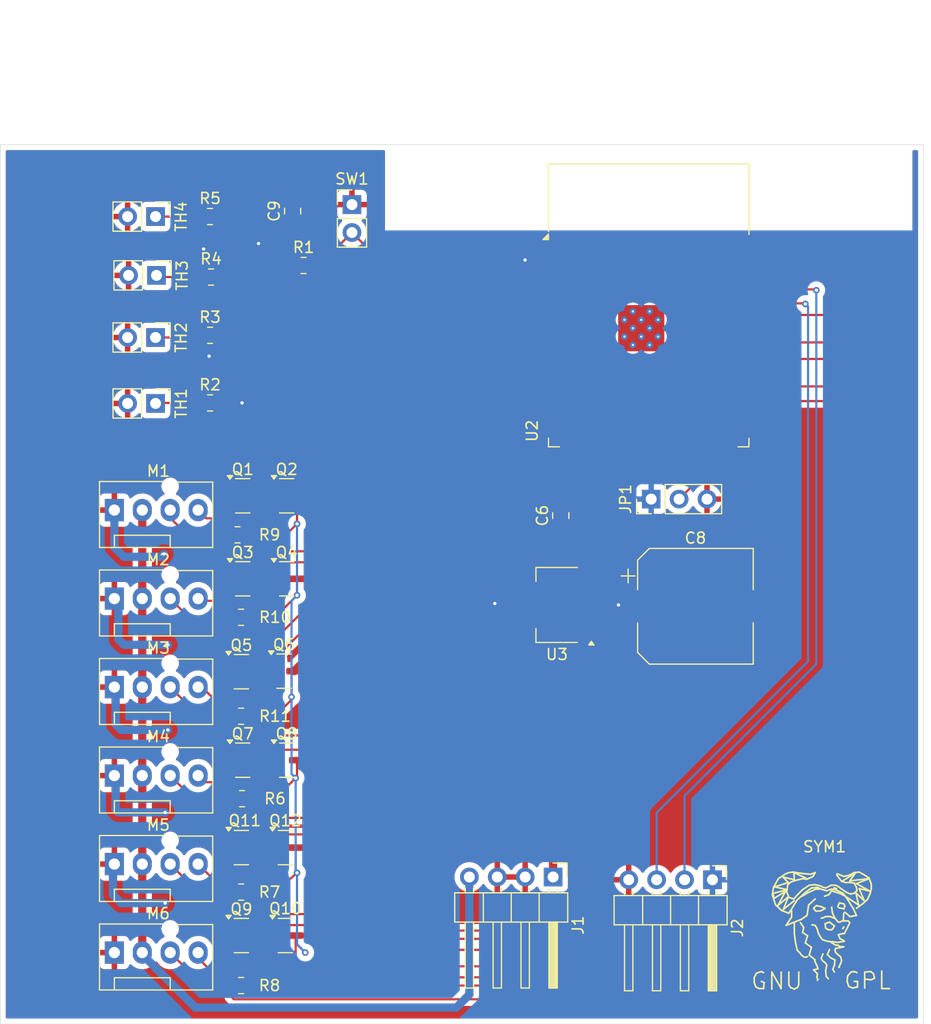
<source format=kicad_pcb>
(kicad_pcb (version 20240108) (generator "pcbnew") (generator_version "8.0")
  (layers (0 "F.Cu" signal) (31 "B.Cu" signal) (34 "B.Paste" user) (35 "F.Paste" user) (36 "B.SilkS" user "B.Silkscreen") (37 "F.SilkS" user "F.Silkscreen") (38 "B.Mask" user) (39 "F.Mask" user) (44 "Edge.Cuts" user))
  (net 0 "")
  (net 1 "GND")
  (net 2 "+5V")
  (net 3 "+12V")
  (net 4 "+3.3V")
  (net 5 "TX")
  (net 6 "RX")
  (net 7 "Net-(JP1-C)")
  (net 8 "PWM0")
  (net 9 "Tacho0")
  (net 10 "Tacho1")
  (net 11 "PWM1")
  (net 12 "Tacho2")
  (net 13 "PWM2")
  (net 14 "Tacho3")
  (net 15 "PWM3")
  (net 16 "Tacho4")
  (net 17 "PWM4")
  (net 18 "Tacho5")
  (net 19 "PWM5")
  (net 20 "Net-(U2-EN)")
  (net 21 "TMP0")
  (net 22 "TMP1")
  (net 23 "TMP2")
  (net 24 "TMP3")
  (net 41 "Net-(M1-PWM)")
  (net 42 "Net-(M2-PWM)")
  (net 43 "Net-(M3-PWM)")
  (net 44 "Net-(M4-PWM)")
  (net 45 "Net-(M5-PWM)")
  (net 46 "Net-(M6-PWM)")
  (footprint "Capacitor_SMD:C_0805_2012Metric" (layer "F.Cu") (at 74.5 122.25 90)
    (property "Reference" "C6")
    (property "Value" "10uF")
  )
  (footprint "Connector:FanPinHeader_1x04_P2.54mm_Vertical" (layer "F.Cu") (at 33.88 145.9)
    (property "Reference" "M4")
    (property "Value" "FAN0")
  )
  (footprint "Resistor_SMD:R_0805_2012Metric" (layer "F.Cu") (at 45.4125 131.5 180)
    (property "Reference" "R10")
    (property "Value" "10k")
  )
  (footprint "Package_TO_SOT_SMD:SOT-23" (layer "F.Cu") (at 45.5625 128)
    (property "Reference" "Q3")
    (property "Value" "AO3400A")
  )
  (footprint "Connector:FanPinHeader_1x04_P2.54mm_Vertical" (layer "F.Cu") (at 33.88 121.75)
    (property "Reference" "M1")
    (property "Value" "FAN0")
  )
  (footprint "Connector:FanPinHeader_1x04_P2.54mm_Vertical" (layer "F.Cu") (at 33.88 129.8)
    (property "Reference" "M2")
    (property "Value" "FAN0")
  )
  (footprint "Package_TO_SOT_SMD:SOT-23" (layer "F.Cu") (at 45.5625 144.5)
    (property "Reference" "Q7")
    (property "Value" "AO3400A")
  )
  (footprint "Connector:FanPinHeader_1x04_P2.54mm_Vertical" (layer "F.Cu") (at 33.88 153.95)
    (property "Reference" "M5")
    (property "Value" "FAN0")
  )
  (footprint "Connector_PinHeader_2.54mm:PinHeader_1x02_P2.54mm_Vertical" (layer "F.Cu") (at 37.715 100.4 -90)
    (property "Reference" "TH3")
    (property "Value" "Thermistor")
  )
  (footprint "Connector_PinHeader_2.54mm:PinHeader_1x02_P2.54mm_Vertical" (layer "F.Cu") (at 37.6275 95.05 -90)
    (property "Reference" "TH4")
    (property "Value" "Thermistor")
  )
  (footprint "Capacitor_SMD:C_0805_2012Metric" (layer "F.Cu") (at 50.1 94.55 90)
    (property "Reference" "C9")
    (property "Value" "0.1uF")
  )
  (footprint "Package_TO_SOT_SMD:SOT-23" (layer "F.Cu") (at 45.4375 152.45)
    (property "Reference" "Q11")
    (property "Value" "AO3400A")
  )
  (footprint "Resistor_SMD:R_0805_2012Metric" (layer "F.Cu") (at 42.5875 95.05)
    (property "Reference" "R5")
    (property "Value" "10k")
  )
  (footprint "Connector_PinHeader_2.54mm:PinHeader_1x04_P2.54mm_Horizontal" (layer "F.Cu") (at 88.3 155.375 -90)
    (property "Reference" "J2")
    (property "Value" "Serial Conn")
  )
  (footprint "Resistor_SMD:R_0805_2012Metric" (layer "F.Cu") (at 45.4125 156.5 180)
    (property "Reference" "R7")
    (property "Value" "10k")
  )
  (footprint "Package_TO_SOT_SMD:SOT-23" (layer "F.Cu") (at 49.5625 144.5)
    (property "Reference" "Q8")
    (property "Value" "AO3401A")
  )
  (footprint "Resistor_SMD:R_0805_2012Metric" (layer "F.Cu") (at 45.5 148 180)
    (property "Reference" "R6")
    (property "Value" "10k")
  )
  (footprint "Resistor_SMD:R_0805_2012Metric" (layer "F.Cu") (at 45.0875 124 180)
    (property "Reference" "R9")
    (property "Value" "10k")
  )
  (footprint "Resistor_SMD:R_0805_2012Metric" (layer "F.Cu") (at 42.5875 105.85)
    (property "Reference" "R3")
    (property "Value" "10k")
  )
  (footprint "Package_TO_SOT_SMD:SOT-23" (layer "F.Cu") (at 49.3125 136.4)
    (property "Reference" "Q6")
    (property "Value" "AO3401A")
  )
  (footprint "Connector_PinHeader_2.54mm:PinHeader_1x03_P2.54mm_Vertical" (layer "F.Cu") (at 82.725 120.75 90)
    (property "Reference" "JP1")
    (property "Value" "BOOT")
  )
  (footprint "Connector_PinHeader_2.54mm:PinHeader_1x02_P2.54mm_Vertical" (layer "F.Cu") (at 55.5 93.96)
    (property "Reference" "SW1")
    (property "Value" "SW_Push")
  )
  (footprint "Capacitor_SMD:CP_Elec_10x10" (layer "F.Cu") (at 86.75 130.5)
    (property "Reference" "C8")
    (property "Value" "100uF")
  )
  (footprint "Connector:FanPinHeader_1x04_P2.54mm_Vertical" (layer "F.Cu") (at 33.88 137.85)
    (property "Reference" "M3")
    (property "Value" "FAN0")
  )
  (footprint "Resistor_SMD:R_0805_2012Metric" (layer "F.Cu") (at 42.675 100.55)
    (property "Reference" "R4")
    (property "Value" "10k")
  )
  (footprint "RF_Module:ESP32-WROOM-32" (layer "F.Cu") (at 82.5 106.115)
    (property "Reference" "U2")
    (property "Value" "ESP32-WROOM-32")
  )
  (footprint "Resistor_SMD:R_0805_2012Metric" (layer "F.Cu") (at 51.1 99.5)
    (property "Reference" "R1")
    (property "Value" "1k")
  )
  (footprint "Connector:FanPinHeader_1x04_P2.54mm_Vertical" (layer "F.Cu") (at 33.88 162)
    (property "Reference" "M6")
    (property "Value" "FAN0")
  )
  (footprint "Resistor_SMD:R_0805_2012Metric" (layer "F.Cu") (at 45.4125 165 180)
    (property "Reference" "R8")
    (property "Value" "10k")
  )
  (footprint "Package_TO_SOT_SMD:SOT-23" (layer "F.Cu") (at 45.4375 136.45)
    (property "Reference" "Q5")
    (property "Value" "AO3400A")
  )
  (footprint "Connector_PinHeader_2.54mm:PinHeader_1x02_P2.54mm_Vertical" (layer "F.Cu") (at 37.6275 106.05 -90)
    (property "Reference" "TH2")
    (property "Value" "Thermistor")
  )
  (footprint "Package_TO_SOT_SMD:SOT-23" (layer "F.Cu") (at 45.4375 160.45)
    (property "Reference" "Q9")
    (property "Value" "AO3400A")
  )
  (footprint "Resistor_SMD:R_0805_2012Metric" (layer "F.Cu") (at 45.4125 140.5 180)
    (property "Reference" "R11")
    (property "Value" "10k")
  )
  (footprint "Connector_PinHeader_2.54mm:PinHeader_1x02_P2.54mm_Vertical" (layer "F.Cu") (at 37.6275 112.05 -90)
    (property "Reference" "TH1")
    (property "Value" "Thermistor")
  )
  (footprint "Package_TO_SOT_SMD:SOT-23" (layer "F.Cu") (at 49.4375 152.45)
    (property "Reference" "Q12")
    (property "Value" "AO3401A")
  )
  (footprint "Package_TO_SOT_SMD:SOT-23" (layer "F.Cu") (at 49.5625 120.45)
    (property "Reference" "Q2")
    (property "Value" "AO3401A")
  )
  (footprint "Symbol:Symbol_GNU-Logo_SilkscreenTop" (layer "F.Cu") (at 98.50019 158.42393)
    (property "Reference" "SYM1")
    (property "Value" "SYM_EasterEgg_42x60mm")
  )
  (footprint "Connector_PinHeader_2.54mm:PinHeader_1x04_P2.54mm_Horizontal" (layer "F.Cu") (at 73.8 155.125 -90)
    (property "Reference" "J1")
    (property "Value" "Power")
  )
  (footprint "Package_TO_SOT_SMD:SOT-223-3_TabPin2" (layer "F.Cu") (at 74.15 130.38 180)
    (property "Reference" "U3")
    (property "Value" "AMS1117-3.3")
  )
  (footprint "Package_TO_SOT_SMD:SOT-23" (layer "F.Cu") (at 45.5625 120.45)
    (property "Reference" "Q1")
    (property "Value" "AO3400A")
  )
  (footprint "Package_TO_SOT_SMD:SOT-23" (layer "F.Cu") (at 49.4375 160.45)
    (property "Reference" "Q10")
    (property "Value" "AO3401A")
  )
  (footprint "Package_TO_SOT_SMD:SOT-23" (layer "F.Cu") (at 49.5625 128)
    (property "Reference" "Q4")
    (property "Value" "AO3401A")
  )
  (footprint "Resistor_SMD:R_0805_2012Metric" (layer "F.Cu") (at 42.5875 112)
    (property "Reference" "R2")
    (property "Value" "10k")
  )
  (gr_rect (start 23.5 88.5) (end 107.5 168.5) (stroke (width 0.05)) (fill none) (layer "Edge.Cuts"))
  (via (at 38.5 157.5) (size 0.6) (drill 0.3) (layers "F.Cu" "B.Cu") (net 1))
  (via (at 38.391379 125.737457) (size 0.6) (drill 0.3) (layers "F.Cu" "B.Cu") (net 1))
  (via (at 38.75 134) (size 0.6) (drill 0.3) (layers "F.Cu" "B.Cu") (net 1))
  (via (at 38.75 141.75) (size 0.6) (drill 0.3) (layers "F.Cu" "B.Cu") (net 1))
  (via (at 38.5 149.25) (size 0.6) (drill 0.3) (layers "F.Cu" "B.Cu") (net 1))
  (segment (start 38.75 141.75) (end 34.5 141.75) (width 0.75) (layer "B.Cu") (net 1))
  (segment (start 33.88 121.75) (end 33.88 125.13) (width 0.75) (layer "B.Cu") (net 1))
  (segment (start 34.75 134) (end 34.25 133.5) (width 0.75) (layer "B.Cu") (net 1))
  (segment (start 38.5 157.5) (end 34.5 157.5) (width 0.75) (layer "B.Cu") (net 1))
  (segment (start 34 137.97) (end 33.88 137.85) (width 0.75) (layer "B.Cu") (net 1))
  (segment (start 34.5 141.75) (end 34 141.25) (width 0.75) (layer "B.Cu") (net 1))
  (segment (start 34 141.25) (end 34 137.97) (width 0.75) (layer "B.Cu") (net 1))
  (segment (start 34 146.02) (end 33.88 145.9) (width 0.75) (layer "B.Cu") (net 1))
  (segment (start 34.5 157.5) (end 33.75 156.75) (width 0.75) (layer "B.Cu") (net 1))
  (segment (start 34 149) (end 34 146.02) (width 0.75) (layer "B.Cu") (net 1))
  (segment (start 38.5 149.25) (end 34.25 149.25) (width 0.75) (layer "B.Cu") (net 1))
  (segment (start 33.75 154.08) (end 33.88 153.95) (width 0.75) (layer "B.Cu") (net 1))
  (segment (start 33.75 156.75) (end 33.75 154.08) (width 0.75) (layer "B.Cu") (net 1))
  (segment (start 34.25 133.5) (end 34.25 130.17) (width 0.75) (layer "B.Cu") (net 1))
  (segment (start 38.75 134) (end 34.75 134) (width 0.75) (layer "B.Cu") (net 1))
  (segment (start 34.25 149.25) (end 34 149) (width 0.75) (layer "B.Cu") (net 1))
  (segment (start 33.88 125.13) (end 34.75 126) (width 0.75) (layer "B.Cu") (net 1))
  (segment (start 38.128836 126) (end 38.391379 125.737457) (width 0.75) (layer "B.Cu") (net 1))
  (segment (start 34.25 130.17) (end 33.88 129.8) (width 0.75) (layer "B.Cu") (net 1))
  (segment (start 34.75 126) (end 38.128836 126) (width 0.75) (layer "B.Cu") (net 1))
  (segment (start 50 136.65) (end 50.25 136.4) (width 0.2) (layer "F.Cu") (net 2))
  (segment (start 50.5 129.5) (end 50.5 128) (width 0.2) (layer "F.Cu") (net 2))
  (segment (start 74.92 128.08) (end 77.3 128.08) (width 0.75) (layer "F.Cu") (net 2))
  (segment (start 46.4125 148) (end 48.5 148) (width 0.2) (layer "F.Cu") (net 2))
  (segment (start 74.5 128.5) (end 74.25 128.75) (width 0.75) (layer "F.Cu") (net 2))
  (segment (start 49.5 124) (end 46 124) (width 0.2) (layer "F.Cu") (net 2))
  (segment (start 46.325 131.5) (end 48.5 131.5) (width 0.2) (layer "F.Cu") (net 2))
  (segment (start 50 138.75) (end 50 136.65) (width 0.2) (layer "F.Cu") (net 2))
  (segment (start 50.375 161.125) (end 51.25 162) (width 0.2) (layer "F.Cu") (net 2))
  (segment (start 50.375 160.45) (end 50.375 161.125) (width 0.2) (layer "F.Cu") (net 2))
  (segment (start 50.375 160.45) (end 50.375 162.125) (width 0.2) (layer "F.Cu") (net 2))
  (segment (start 72 135) (end 51.65 135) (width 0.75) (layer "F.Cu") (net 2))
  (segment (start 50.5 120.45) (end 50.5 123) (width 0.2) (layer "F.Cu") (net 2))
  (segment (start 46.325 165) (end 47.5 165) (width 0.2) (layer "F.Cu") (net 2))
  (segment (start 50.5 154.75) (end 50.375 154.625) (width 0.2) (layer "F.Cu") (net 2))
  (segment (start 48.5 156.5) (end 50.5 154.75) (width 0.2) (layer "F.Cu") (net 2))
  (segment (start 74.25 132.75) (end 74.25 128.75) (width 0.75) (layer "F.Cu") (net 2))
  (segment (start 72 135) (end 73.8 136.8) (width 0.75) (layer "F.Cu") (net 2))
  (segment (start 50.5 146) (end 50.5 144.5) (width 0.2) (layer "F.Cu") (net 2))
  (segment (start 73.8 136.8) (end 73.8 155.125) (width 0.75) (layer "F.Cu") (net 2))
  (segment (start 50 139) (end 50 138.75) (width 0.2) (layer "F.Cu") (net 2))
  (segment (start 46.325 140.5) (end 48.5 140.5) (width 0.2) (layer "F.Cu") (net 2))
  (segment (start 48.5 140.5) (end 50 139) (width 0.2) (layer "F.Cu") (net 2))
  (segment (start 50.375 154.625) (end 50.375 152.45) (width 0.2) (layer "F.Cu") (net 2))
  (segment (start 74.25 128.75) (end 74.92 128.08) (width 0.75) (layer "F.Cu") (net 2))
  (segment (start 46.325 156.5) (end 48.5 156.5) (width 0.2) (layer "F.Cu") (net 2))
  (segment (start 51.65 135) (end 50.25 136.4) (width 0.75) (layer "F.Cu") (net 2))
  (segment (start 50.375 162.125) (end 47.5 165) (width 0.2) (layer "F.Cu") (net 2))
  (segment (start 74.5 123.2) (end 74.5 128.5) (width 0.75) (layer "F.Cu") (net 2))
  (segment (start 48.5 131.5) (end 50.5 129.5) (width 0.2) (layer "F.Cu") (net 2))
  (segment (start 72 135) (end 74.25 132.75) (width 0.75) (layer "F.Cu") (net 2))
  (segment (start 50.375 146.125) (end 50.5 146) (width 0.2) (layer "F.Cu") (net 2))
  (segment (start 50.5 123) (end 49.5 124) (width 0.2) (layer "F.Cu") (net 2))
  (segment (start 48.5 148) (end 50.375 146.125) (width 0.2) (layer "F.Cu") (net 2))
  (via (at 50.5 123) (size 0.6) (drill 0.3) (layers "F.Cu" "B.Cu") (net 2))
  (via (at 50 138.75) (size 0.6) (drill 0.3) (layers "F.Cu" "B.Cu") (net 2))
  (via (at 51.25 162) (size 0.6) (drill 0.3) (layers "F.Cu" "B.Cu") (net 2))
  (via (at 50.5 154.75) (size 0.6) (drill 0.3) (layers "F.Cu" "B.Cu") (net 2))
  (via (at 50.375 146.125) (size 0.6) (drill 0.3) (layers "F.Cu" "B.Cu") (net 2))
  (via (at 50.5 129.5) (size 0.6) (drill 0.3) (layers "F.Cu" "B.Cu") (net 2))
  (segment (start 50 145.75) (end 50.375 146.125) (width 0.2) (layer "B.Cu") (net 2))
  (segment (start 51.25 162) (end 50.5 161.25) (width 0.2) (layer "B.Cu") (net 2))
  (segment (start 50.5 123) (end 50.5 129.5) (width 0.2) (layer "B.Cu") (net 2))
  (segment (start 50.375 154.625) (end 50.5 154.75) (width 0.2) (layer "B.Cu") (net 2))
  (segment (start 50 138.75) (end 50 130) (width 0.2) (layer "B.Cu") (net 2))
  (segment (start 50.375 146.125) (end 50.375 154.625) (width 0.2) (layer "B.Cu") (net 2))
  (segment (start 50.5 161.25) (end 50.5 154.75) (width 0.2) (layer "B.Cu") (net 2))
  (segment (start 50 130) (end 50.5 129.5) (width 0.2) (layer "B.Cu") (net 2))
  (segment (start 50 138.75) (end 50 145.75) (width 0.2) (layer "B.Cu") (net 2))
  (segment (start 36.42 121.75) (end 36.42 162) (width 0.75) (layer "F.Cu") (net 3))
  (segment (start 66.18 165.82) (end 66.18 155.125) (width 0.75) (layer "B.Cu") (net 3))
  (segment (start 41.25 167) (end 65 167) (width 0.75) (layer "B.Cu") (net 3))
  (segment (start 65 167) (end 66.18 165.82) (width 0.75) (layer "B.Cu") (net 3))
  (segment (start 36.42 162) (end 36.42 162.17) (width 0.75) (layer "B.Cu") (net 3))
  (segment (start 36.42 162.17) (end 41.25 167) (width 0.75) (layer "B.Cu") (net 3))
  (segment (start 77.3 130.38) (end 79.75 130.38) (width 0.75) (layer "F.Cu") (net 4))
  (segment (start 42.5 107.75) (end 43.5 106.75) (width 0.2) (layer "F.Cu") (net 4))
  (segment (start 43.5875 99.5875) (end 42 98) (width 0.2) (layer "F.Cu") (net 4))
  (segment (start 73.615 99) (end 73.75 99.135) (width 0.75) (layer "F.Cu") (net 4))
  (segment (start 79.75 130.38) (end 82.63 130.38) (width 0.75) (layer "F.Cu") (net 4))
  (segment (start 71.25 99) (end 73.615 99) (width 0.75) (layer "F.Cu") (net 4))
  (segment (start 44.55 95.05) (end 47 97.5) (width 0.2) (layer "F.Cu") (net 4))
  (segment (start 70.87 130.25) (end 71 130.38) (width 0.75) (layer "F.Cu") (net 4))
  (segment (start 50.1 95.5) (end 50.1 99.4125) (width 0.2) (layer "F.Cu") (net 4))
  (segment (start 49 99.5) (end 47 97.5) (width 0.2) (layer "F.Cu") (net 4))
  (segment (start 68.5 130.25) (end 70.87 130.25) (width 0.75) (layer "F.Cu") (net 4))
  (segment (start 45.5 112) (end 43.5 112) (width 0.2) (layer "F.Cu") (net 4))
  (segment (start 43.5875 100.55) (end 43.5875 99.5875) (width 0.2) (layer "F.Cu") (net 4))
  (segment (start 43.5 95.05) (end 44.55 95.05) (width 0.2) (layer "F.Cu") (net 4))
  (segment (start 50.1875 99.5) (end 49 99.5) (width 0.2) (layer "F.Cu") (net 4))
  (segment (start 82.63 130.38) (end 82.75 130.5) (width 0.75) (layer "F.Cu") (net 4))
  (segment (start 43.5 106.75) (end 43.5 105.85) (width 0.2) (layer "F.Cu") (net 4))
  (segment (start 50.1 99.4125) (end 50.1875 99.5) (width 0.2) (layer "F.Cu") (net 4))
  (via (at 45.5 112) (size 0.6) (drill 0.3) (layers "F.Cu" "B.Cu") (net 4))
  (via (at 71.25 99) (size 0.6) (drill 0.3) (layers "F.Cu" "B.Cu") (net 4))
  (via (at 42 98) (size 0.6) (drill 0.3) (layers "F.Cu" "B.Cu") (net 4))
  (via (at 47 97.5) (size 0.6) (drill 0.3) (layers "F.Cu" "B.Cu") (net 4))
  (via (at 42.5 107.75) (size 0.6) (drill 0.3) (layers "F.Cu" "B.Cu") (net 4))
  (via (at 79.75 130.38) (size 0.6) (drill 0.3) (layers "F.Cu" "B.Cu") (net 4))
  (via (at 68.5 130.25) (size 0.6) (drill 0.3) (layers "F.Cu" "B.Cu") (net 4))
  (segment (start 91.25 101.675) (end 97.675 101.675) (width 0.2) (layer "F.Cu") (net 5))
  (segment (start 97.75 101.75) (end 97.675 101.675) (width 0.2) (layer "F.Cu") (net 5))
  (via (at 97.75 101.75) (size 0.6) (drill 0.3) (layers "F.Cu" "B.Cu") (net 5))
  (segment (start 97.75 135.75) (end 85.76 147.74) (width 0.2) (layer "B.Cu") (net 5))
  (segment (start 97.75 101.75) (end 97.75 135.75) (width 0.2) (layer "B.Cu") (net 5))
  (segment (start 85.76 147.74) (end 85.76 155.375) (width 0.2) (layer "B.Cu") (net 5))
  (segment (start 96.75 103) (end 96.695 102.945) (width 0.2) (layer "F.Cu") (net 6))
  (segment (start 91.25 102.945) (end 96.695 102.945) (width 0.2) (layer "F.Cu") (net 6))
  (via (at 96.75 103) (size 0.6) (drill 0.3) (layers "F.Cu" "B.Cu") (net 6))
  (segment (start 97 135.5) (end 97 103.25) (width 0.2) (layer "B.Cu") (net 6))
  (segment (start 83.22 155.375) (end 83.22 149.28) (width 0.2) (layer "B.Cu") (net 6))
  (segment (start 83.22 149.28) (end 97 135.5) (width 0.2) (layer "B.Cu") (net 6))
  (segment (start 97 103.25) (end 96.75 103) (width 0.2) (layer "B.Cu") (net 6))
  (segment (start 91.25 114.375) (end 91.25 114.765) (width 0.2) (layer "F.Cu") (net 7))
  (segment (start 91.25 114.765) (end 85.265 120.75) (width 0.2) (layer "F.Cu") (net 7))
  (segment (start 61.37 106.755) (end 73.75 106.755) (width 0.2) (layer "F.Cu") (net 8))
  (segment (start 44.625 119.5) (end 48.625 119.5) (width 0.2) (layer "F.Cu") (net 8))
  (segment (start 48.625 119.5) (end 61.37 106.755) (width 0.2) (layer "F.Cu") (net 8))
  (segment (start 52 125.5) (end 52.5 125) (width 0.2) (layer "F.Cu") (net 9))
  (segment (start 52.5 117.5) (end 62 108) (width 0.2) (layer "F.Cu") (net 9))
  (segment (start 44.175 125.175) (end 44.5 125.5) (width 0.2) (layer "F.Cu") (net 9))
  (segment (start 62 108) (end 73.725 108) (width 0.2) (layer "F.Cu") (net 9))
  (segment (start 44.5 125.5) (end 52 125.5) (width 0.2) (layer "F.Cu") (net 9))
  (segment (start 73.725 108) (end 73.75 108.025) (width 0.2) (layer "F.Cu") (net 9))
  (segment (start 44.175 124) (end 44.175 125.175) (width 0.2) (layer "F.Cu") (net 9))
  (segment (start 38.96 121.75) (end 38.96 122.46) (width 0.2) (layer "F.Cu") (net 9))
  (segment (start 40.5 124) (end 44.175 124) (width 0.2) (layer "F.Cu") (net 9))
  (segment (start 52.5 125) (end 52.5 117.5) (width 0.2) (layer "F.Cu") (net 9))
  (segment (start 38.96 122.46) (end 40.5 124) (width 0.2) (layer "F.Cu") (net 9))
  (segment (start 38.96 129.8) (end 40.66 131.5) (width 0.2) (layer "F.Cu") (net 10))
  (segment (start 40.66 131.5) (end 44.5 131.5) (width 0.2) (layer "F.Cu") (net 10))
  (segment (start 49 133) (end 44.5 133) (width 0.2) (layer "F.Cu") (net 10))
  (segment (start 44.5 133) (end 44.5 131.5) (width 0.2) (layer "F.Cu") (net 10))
  (segment (start 71.435 110.565) (end 49 133) (width 0.2) (layer "F.Cu") (net 10))
  (segment (start 73.75 110.565) (end 71.435 110.565) (width 0.2) (layer "F.Cu") (net 10))
  (segment (start 69.705 109.295) (end 52.5 126.5) (width 0.2) (layer "F.Cu") (net 11))
  (segment (start 52.5 126.5) (end 49.175 126.5) (width 0.2) (layer "F.Cu") (net 11))
  (segment (start 73.75 109.295) (end 69.705 109.295) (width 0.2) (layer "F.Cu") (net 11))
  (segment (start 44.625 127.05) (end 48.625 127.05) (width 0.2) (layer "F.Cu") (net 11))
  (segment (start 49.175 126.5) (end 48.625 127.05) (width 0.2) (layer "F.Cu") (net 11))
  (segment (start 99 111.75) (end 98.75 111.75) (width 0.2) (layer "F.Cu") (net 12))
  (segment (start 98.665 111.835) (end 91.25 111.835) (width 0.2) (layer "F.Cu") (net 12))
  (segment (start 99.75 157.75) (end 99.75 112.5) (width 0.2) (layer "F.Cu") (net 12))
  (segment (start 38.96 137.85) (end 41.555 140.445) (width 0.2) (layer "F.Cu") (net 12))
  (segment (start 52.75 142.25) (end 52.75 148.5) (width 0.2) (layer "F.Cu") (net 12))
  (segment (start 100.25 158.25) (end 99.75 157.75) (width 0.2) (layer "F.Cu") (net 12))
  (segment (start 44.5 140.5) (end 46.25 142.25) (width 0.2) (layer "F.Cu") (net 12))
  (segment (start 41.555 140.445) (end 41.61 140.5) (width 0.2) (layer "F.Cu") (net 12))
  (segment (start 62.75 157.25) (end 62.75 159.5) (width 0.2) (layer "F.Cu") (net 12))
  (segment (start 98.75 111.75) (end 98.665 111.835) (width 0.2) (layer "F.Cu") (net 12))
  (segment (start 62.75 159.5) (end 62.25 160) (width 0.2) (layer "F.Cu") (net 12))
  (segment (start 46.25 142.25) (end 52.75 142.25) (width 0.2) (layer "F.Cu") (net 12))
  (segment (start 62.25 160) (end 98.5 160) (width 0.2) (layer "F.Cu") (net 12))
  (segment (start 61.5 157.25) (end 62.75 157.25) (width 0.2) (layer "F.Cu") (net 12))
  (segment (start 99.75 112.5) (end 99 111.75) (width 0.2) (layer "F.Cu") (net 12))
  (segment (start 52.75 148.5) (end 61.5 157.25) (width 0.2) (layer "F.Cu") (net 12))
  (segment (start 41.61 140.5) (end 44.5 140.5) (width 0.2) (layer "F.Cu") (net 12))
  (segment (start 98.5 160) (end 100.25 158.25) (width 0.2) (layer "F.Cu") (net 12))
  (segment (start 48.375 135.45) (end 44.55 135.45) (width 0.2) (layer "F.Cu") (net 13))
  (segment (start 44.55 135.45) (end 44.5 135.5) (width 0.2) (layer "F.Cu") (net 13))
  (segment (start 71.915 111.835) (end 73.75 111.835) (width 0.2) (layer "F.Cu") (net 13))
  (segment (start 48.375 135.375) (end 71.915 111.835) (width 0.2) (layer "F.Cu") (net 13))
  (segment (start 48.375 135.45) (end 48.375 135.375) (width 0.2) (layer "F.Cu") (net 13))
  (segment (start 44.5875 148) (end 44.5875 149.3375) (width 0.2) (layer "F.Cu") (net 14))
  (segment (start 101.25 110.25) (end 99 108) (width 0.2) (layer "F.Cu") (net 14))
  (segment (start 91.275 108) (end 91.25 108.025) (width 0.2) (layer "F.Cu") (net 14))
  (segment (start 45 149.75) (end 51.25 149.75) (width 0.2) (layer "F.Cu") (net 14))
  (segment (start 60.25 158.75) (end 60.25 161.75) (width 0.2) (layer "F.Cu") (net 14))
  (segment (start 38.96 145.9) (end 41.06 148) (width 0.2) (layer "F.Cu") (net 14))
  (segment (start 44.5875 149.3375) (end 45 149.75) (width 0.2) (layer "F.Cu") (net 14))
  (segment (start 101.25 159.75) (end 101.25 110.25) (width 0.2) (layer "F.Cu") (net 14))
  (segment (start 99.25 161.75) (end 101.25 159.75) (width 0.2) (layer "F.Cu") (net 14))
  (segment (start 60.25 161.75) (end 99.25 161.75) (width 0.2) (layer "F.Cu") (net 14))
  (segment (start 99 108) (end 91.275 108) (width 0.2) (layer "F.Cu") (net 14))
  (segment (start 51.25 149.75) (end 60.25 158.75) (width 0.2) (layer "F.Cu") (net 14))
  (segment (start 41.06 148) (end 44.5875 148) (width 0.2) (layer "F.Cu") (net 14))
  (segment (start 99.25 160.75) (end 100.75 159.25) (width 0.2) (layer "F.Cu") (net 15))
  (segment (start 52.25 149) (end 61 157.75) (width 0.2) (layer "F.Cu") (net 15))
  (segment (start 100.75 112.5) (end 98.75 110.5) (width 0.2) (layer "F.Cu") (net 15))
  (segment (start 52.25 144) (end 52.25 149) (width 0.2) (layer "F.Cu") (net 15))
  (segment (start 91.315 110.5) (end 91.25 110.565) (width 0.2) (layer "F.Cu") (net 15))
  (segment (start 100.75 159.25) (end 100.75 112.5) (width 0.2) (layer "F.Cu") (net 15))
  (segment (start 98.75 110.5) (end 91.315 110.5) (width 0.2) (layer "F.Cu") (net 15))
  (segment (start 61 160.75) (end 99.25 160.75) (width 0.2) (layer "F.Cu") (net 15))
  (segment (start 51.8 143.55) (end 52.25 144) (width 0.2) (layer "F.Cu") (net 15))
  (segment (start 61 157.75) (end 61 160.75) (width 0.2) (layer "F.Cu") (net 15))
  (segment (start 48.625 143.55) (end 51.8 143.55) (width 0.2) (layer "F.Cu") (net 15))
  (segment (start 44.625 143.55) (end 48.625 143.55) (width 0.2) (layer "F.Cu") (net 15))
  (segment (start 41.51 156.5) (end 44.5 156.5) (width 0.2) (layer "F.Cu") (net 16))
  (segment (start 91.465 104) (end 91.25 104.215) (width 0.2) (layer "F.Cu") (net 16))
  (segment (start 103.5 161.25) (end 103.5 108.75) (width 0.2) (layer "F.Cu") (net 16))
  (segment (start 57.5 162.25) (end 57.5 164.25) (width 0.2) (layer "F.Cu") (net 16))
  (segment (start 44.5 156.5) (end 46.5 158.5) (width 0.2) (layer "F.Cu") (net 16))
  (segment (start 103.5 108.75) (end 98.75 104) (width 0.2) (layer "F.Cu") (net 16))
  (segment (start 100.5 164.25) (end 103.5 161.25) (width 0.2) (layer "F.Cu") (net 16))
  (segment (start 57.5 164.25) (end 100.5 164.25) (width 0.2) (layer "F.Cu") (net 16))
  (segment (start 53.75 158.5) (end 57.5 162.25) (width 0.2) (layer "F.Cu") (net 16))
  (segment (start 46.5 158.5) (end 53.75 158.5) (width 0.2) (layer "F.Cu") (net 16))
  (segment (start 38.96 153.95) (end 41.51 156.5) (width 0.2) (layer "F.Cu") (net 16))
  (segment (start 98.75 104) (end 91.465 104) (width 0.2) (layer "F.Cu") (net 16))
  (segment (start 58.5 158.25) (end 58.5 163.25) (width 0.2) (layer "F.Cu") (net 17))
  (segment (start 48.75 151.25) (end 51.5 151.25) (width 0.2) (layer "F.Cu") (net 17))
  (segment (start 99.5 106.5) (end 91.505 106.5) (width 0.2) (layer "F.Cu") (net 17))
  (segment (start 102.25 160.75) (end 102.25 109.25) (width 0.2) (layer "F.Cu") (net 17))
  (segment (start 102.25 109.25) (end 99.5 106.5) (width 0.2) (layer "F.Cu") (net 17))
  (segment (start 51.5 151.25) (end 58.5 158.25) (width 0.2) (layer "F.Cu") (net 17))
  (segment (start 44.5 151.5) (end 48.5 151.5) (width 0.2) (layer "F.Cu") (net 17))
  (segment (start 48.5 151.5) (end 48.75 151.25) (width 0.2) (layer "F.Cu") (net 17))
  (segment (start 99.75 163.25) (end 102.25 160.75) (width 0.2) (layer "F.Cu") (net 17))
  (segment (start 91.505 106.5) (end 91.25 106.755) (width 0.2) (layer "F.Cu") (net 17))
  (segment (start 58.5 163.25) (end 99.75 163.25) (width 0.2) (layer "F.Cu") (net 17))
  (segment (start 91.25 99.135) (end 99.885 99.135) (width 0.2) (layer "F.Cu") (net 18))
  (segment (start 99.885 99.135) (end 105.25 104.5) (width 0.2) (layer "F.Cu") (net 18))
  (segment (start 105.25 104.5) (end 105.25 165) (width 0.2) (layer "F.Cu") (net 18))
  (segment (start 41.96 165) (end 44.5 165) (width 0.2) (layer "F.Cu") (net 18))
  (segment (start 44.5 166) (end 44.5 165) (width 0.2) (layer "F.Cu") (net 18))
  (segment (start 44.75 166.25) (end 44.5 166) (width 0.2) (layer "F.Cu") (net 18))
  (segment (start 104 166.25) (end 44.75 166.25) (width 0.2) (layer "F.Cu") (net 18))
  (segment (start 38.96 162) (end 41.96 165) (width 0.2) (layer "F.Cu") (net 18))
  (segment (start 105.25 165) (end 104 166.25) (width 0.2) (layer "F.Cu") (net 18))
  (segment (start 104 105.25) (end 99.155 100.405) (width 0.2) (layer "F.Cu") (net 19))
  (segment (start 56.75 163.5) (end 56.75 165) (width 0.2) (layer "F.Cu") (net 19))
  (segment (start 100.75 165) (end 104 161.75) (width 0.2) (layer "F.Cu") (net 19))
  (segment (start 99.155 100.405) (end 91.25 100.405) (width 0.2) (layer "F.Cu") (net 19))
  (segment (start 56.75 165) (end 100.75 165) (width 0.2) (layer "F.Cu") (net 19))
  (segment (start 52.75 159.5) (end 56.75 163.5) (width 0.2) (layer "F.Cu") (net 19))
  (segment (start 104 161.75) (end 104 105.25) (width 0.2) (layer "F.Cu") (net 19))
  (segment (start 48.5 159.5) (end 52.75 159.5) (width 0.2) (layer "F.Cu") (net 19))
  (segment (start 48.5 159.5) (end 44.5 159.5) (width 0.2) (layer "F.Cu") (net 19))
  (segment (start 52.0125 99.5) (end 52.5 99.5) (width 0.2) (layer "F.Cu") (net 20))
  (segment (start 59.405 100.405) (end 55.5 96.5) (width 0.2) (layer "F.Cu") (net 20))
  (segment (start 52.5 99.5) (end 55.5 96.5) (width 0.2) (layer "F.Cu") (net 20))
  (segment (start 73.75 100.405) (end 59.405 100.405) (width 0.2) (layer "F.Cu") (net 20))
  (segment (start 73.75 105.485) (end 45.515 105.485) (width 0.2) (layer "F.Cu") (net 21))
  (segment (start 41.675 112) (end 37.6775 112) (width 0.2) (layer "F.Cu") (net 21))
  (segment (start 41.675 112) (end 41.675 110.825) (width 0.2) (layer "F.Cu") (net 21))
  (segment (start 37.6775 112) (end 37.6275 112.05) (width 0.2) (layer "F.Cu") (net 21))
  (segment (start 45.5 107) (end 45.5 105.5) (width 0.2) (layer "F.Cu") (net 21))
  (segment (start 45.515 105.485) (end 45.5 105.5) (width 0.2) (layer "F.Cu") (net 21))
  (segment (start 41.675 110.825) (end 45.5 107) (width 0.2) (layer "F.Cu") (net 21))
  (segment (start 73.75 104.215) (end 43.31 104.215) (width 0.2) (layer "F.Cu") (net 22))
  (segment (start 37.6275 106.05) (end 41.475 106.05) (width 0.2) (layer "F.Cu") (net 22))
  (segment (start 43.31 104.215) (end 41.675 105.85) (width 0.2) (layer "F.Cu") (net 22))
  (segment (start 41.475 106.05) (end 41.675 105.85) (width 0.2) (layer "F.Cu") (net 22))
  (segment (start 73.695 103) (end 73.75 102.945) (width 0.2) (layer "F.Cu") (net 23))
  (segment (start 37.865 100.55) (end 37.715 100.4) (width 0.2) (layer "F.Cu") (net 23))
  (segment (start 41.7625 100.55) (end 37.865 100.55) (width 0.2) (layer "F.Cu") (net 23))
  (segment (start 44.2125 103) (end 73.695 103) (width 0.2) (layer "F.Cu") (net 23))
  (segment (start 41.7625 100.55) (end 44.2125 103) (width 0.2) (layer "F.Cu") (net 23))
  (segment (start 41.675 95.675) (end 45 99) (width 0.2) (layer "F.Cu") (net 24))
  (segment (start 41.675 95.05) (end 41.675 95.675) (width 0.2) (layer "F.Cu") (net 24))
  (segment (start 45 102) (end 73.425 102) (width 0.2) (layer "F.Cu") (net 24))
  (segment (start 41.675 95.05) (end 37.6275 95.05) (width 0.2) (layer "F.Cu") (net 24))
  (segment (start 45 99) (end 45 102) (width 0.2) (layer "F.Cu") (net 24))
  (segment (start 73.425 102) (end 73.75 101.675) (width 0.2) (layer "F.Cu") (net 24))
  (segment (start 48.1 121.4) (end 48.625 121.4) (width 0.2) (layer "F.Cu") (net 41))
  (segment (start 48.625 121.4) (end 47.45 121.4) (width 0.2) (layer "F.Cu") (net 41))
  (segment (start 47 122.5) (end 48.1 121.4) (width 0.2) (layer "F.Cu") (net 41))
  (segment (start 42.25 122.5) (end 47 122.5) (width 0.2) (layer "F.Cu") (net 41))
  (segment (start 47.45 121.4) (end 46.5 120.45) (width 0.2) (layer "F.Cu") (net 41))
  (segment (start 41.5 121.75) (end 42.25 122.5) (width 0.2) (layer "F.Cu") (net 41))
  (segment (start 48.625 128.95) (end 47.45 128.95) (width 0.2) (layer "F.Cu") (net 42))
  (segment (start 46.25 130) (end 47.3 128.95) (width 0.2) (layer "F.Cu") (net 42))
  (segment (start 47.3 128.95) (end 47.45 128.95) (width 0.2) (layer "F.Cu") (net 42))
  (segment (start 41.7 130) (end 46.25 130) (width 0.2) (layer "F.Cu") (net 42))
  (segment (start 47.45 128.95) (end 46.5 128) (width 0.2) (layer "F.Cu") (net 42))
  (segment (start 41.5 129.8) (end 41.7 130) (width 0.2) (layer "F.Cu") (net 42))
  (segment (start 46.375 136.45) (end 47.275 137.35) (width 0.2) (layer "F.Cu") (net 43))
  (segment (start 41.5 137.85) (end 41.85 137.85) (width 0.2) (layer "F.Cu") (net 43))
  (segment (start 43 139) (end 46 139) (width 0.2) (layer "F.Cu") (net 43))
  (segment (start 47.65 137.35) (end 48.375 137.35) (width 0.2) (layer "F.Cu") (net 43))
  (segment (start 47.275 137.35) (end 48.375 137.35) (width 0.2) (layer "F.Cu") (net 43))
  (segment (start 46 139) (end 47.65 137.35) (width 0.2) (layer "F.Cu") (net 43))
  (segment (start 41.85 137.85) (end 43 139) (width 0.2) (layer "F.Cu") (net 43))
  (segment (start 46.5 144.5) (end 47.45 145.45) (width 0.2) (layer "F.Cu") (net 44))
  (segment (start 47.5 145.45) (end 48.625 145.45) (width 0.2) (layer "F.Cu") (net 44))
  (segment (start 41.5 145.9) (end 42.1 146.5) (width 0.2) (layer "F.Cu") (net 44))
  (segment (start 42.1 146.5) (end 47 146.5) (width 0.2) (layer "F.Cu") (net 44))
  (segment (start 47.5 146) (end 47.5 145.45) (width 0.2) (layer "F.Cu") (net 44))
  (segment (start 47.45 145.45) (end 47.5 145.45) (width 0.2) (layer "F.Cu") (net 44))
  (segment (start 47 146.5) (end 47.5 146) (width 0.2) (layer "F.Cu") (net 44))
  (segment (start 41.5 153.95) (end 42.55 155) (width 0.2) (layer "F.Cu") (net 45))
  (segment (start 47.325 153.4) (end 48.5 153.4) (width 0.2) (layer "F.Cu") (net 45))
  (segment (start 42.55 155) (end 47.5 155) (width 0.2) (layer "F.Cu") (net 45))
  (segment (start 48.5 154) (end 48.5 153.4) (width 0.2) (layer "F.Cu") (net 45))
  (segment (start 47.5 155) (end 48.5 154) (width 0.2) (layer "F.Cu") (net 45))
  (segment (start 46.375 152.45) (end 47.325 153.4) (width 0.2) (layer "F.Cu") (net 45))
  (segment (start 47.325 161.4) (end 48.5 161.4) (width 0.2) (layer "F.Cu") (net 46))
  (segment (start 46.375 160.45) (end 47.325 161.4) (width 0.2) (layer "F.Cu") (net 46))
  (segment (start 41.5 162.5) (end 41.5 162) (width 0.2) (layer "F.Cu") (net 46))
  (segment (start 42.5 163.5) (end 41.5 162.5) (width 0.2) (layer "F.Cu") (net 46))
  (segment (start 48.5 161.4) (end 46.4 163.5) (width 0.2) (layer "F.Cu") (net 46))
  (segment (start 46.4 163.5) (end 42.5 163.5) (width 0.2) (layer "F.Cu") (net 46))
  (zone (net 1) (net_name "GND") (layer "F.Cu") (connect_pads (clearance 0.5)) (min_thickness 0.25) (fill yes (thermal_gap 0.5) (thermal_bridge_width 0.5))
    (polygon (pts (xy 23.5 88.5) (xy 107.5 88.5) (xy 107.5 168.5) (xy 23.5 168.5)))
  )
  (zone (net 4) (net_name "+3.3V") (layer "B.Cu") (priority 1) (connect_pads (clearance 0.5)) (min_thickness 0.25) (fill yes (thermal_gap 0.5) (thermal_bridge_width 0.5))
    (polygon (pts (xy 23.75 88.75) (xy 107.5 88.5) (xy 107.5 168.5) (xy 23.5 168.5)))
  )
)
</source>
